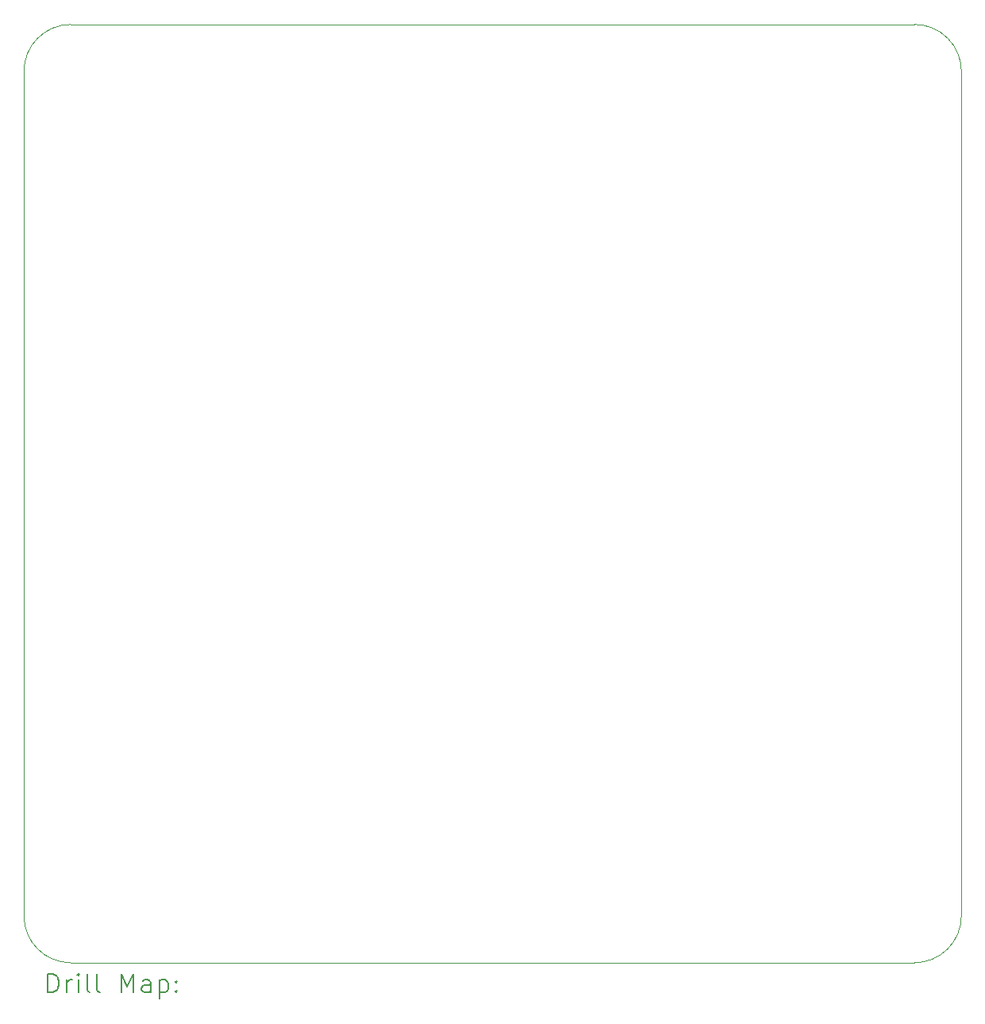
<source format=gbr>
%TF.GenerationSoftware,KiCad,Pcbnew,7.0.10*%
%TF.CreationDate,2024-02-04T21:06:28+01:00*%
%TF.ProjectId,demo_LMP7721,64656d6f-5f4c-44d5-9037-3732312e6b69,rev?*%
%TF.SameCoordinates,Original*%
%TF.FileFunction,Drillmap*%
%TF.FilePolarity,Positive*%
%FSLAX45Y45*%
G04 Gerber Fmt 4.5, Leading zero omitted, Abs format (unit mm)*
G04 Created by KiCad (PCBNEW 7.0.10) date 2024-02-04 21:06:28*
%MOMM*%
%LPD*%
G01*
G04 APERTURE LIST*
%ADD10C,0.100000*%
%ADD11C,0.200000*%
G04 APERTURE END LIST*
D10*
X6500000Y-12000000D02*
G75*
G03*
X7000000Y-12500000I500000J0D01*
G01*
X7000000Y-2500000D02*
X16000000Y-2500000D01*
X16000000Y-12500000D02*
G75*
G03*
X16500000Y-12000000I0J500000D01*
G01*
X16000000Y-12500000D02*
X7000000Y-12500000D01*
X16500000Y-3000000D02*
G75*
G03*
X16000000Y-2500000I-500000J0D01*
G01*
X6500000Y-12000000D02*
X6500000Y-3000000D01*
X16500000Y-3000000D02*
X16500000Y-12000000D01*
X7000000Y-2500000D02*
G75*
G03*
X6500000Y-3000000I0J-500000D01*
G01*
D11*
X6755777Y-12816484D02*
X6755777Y-12616484D01*
X6755777Y-12616484D02*
X6803396Y-12616484D01*
X6803396Y-12616484D02*
X6831967Y-12626008D01*
X6831967Y-12626008D02*
X6851015Y-12645055D01*
X6851015Y-12645055D02*
X6860539Y-12664103D01*
X6860539Y-12664103D02*
X6870062Y-12702198D01*
X6870062Y-12702198D02*
X6870062Y-12730769D01*
X6870062Y-12730769D02*
X6860539Y-12768865D01*
X6860539Y-12768865D02*
X6851015Y-12787912D01*
X6851015Y-12787912D02*
X6831967Y-12806960D01*
X6831967Y-12806960D02*
X6803396Y-12816484D01*
X6803396Y-12816484D02*
X6755777Y-12816484D01*
X6955777Y-12816484D02*
X6955777Y-12683150D01*
X6955777Y-12721246D02*
X6965301Y-12702198D01*
X6965301Y-12702198D02*
X6974824Y-12692674D01*
X6974824Y-12692674D02*
X6993872Y-12683150D01*
X6993872Y-12683150D02*
X7012920Y-12683150D01*
X7079586Y-12816484D02*
X7079586Y-12683150D01*
X7079586Y-12616484D02*
X7070062Y-12626008D01*
X7070062Y-12626008D02*
X7079586Y-12635531D01*
X7079586Y-12635531D02*
X7089110Y-12626008D01*
X7089110Y-12626008D02*
X7079586Y-12616484D01*
X7079586Y-12616484D02*
X7079586Y-12635531D01*
X7203396Y-12816484D02*
X7184348Y-12806960D01*
X7184348Y-12806960D02*
X7174824Y-12787912D01*
X7174824Y-12787912D02*
X7174824Y-12616484D01*
X7308158Y-12816484D02*
X7289110Y-12806960D01*
X7289110Y-12806960D02*
X7279586Y-12787912D01*
X7279586Y-12787912D02*
X7279586Y-12616484D01*
X7536729Y-12816484D02*
X7536729Y-12616484D01*
X7536729Y-12616484D02*
X7603396Y-12759341D01*
X7603396Y-12759341D02*
X7670062Y-12616484D01*
X7670062Y-12616484D02*
X7670062Y-12816484D01*
X7851015Y-12816484D02*
X7851015Y-12711722D01*
X7851015Y-12711722D02*
X7841491Y-12692674D01*
X7841491Y-12692674D02*
X7822443Y-12683150D01*
X7822443Y-12683150D02*
X7784348Y-12683150D01*
X7784348Y-12683150D02*
X7765301Y-12692674D01*
X7851015Y-12806960D02*
X7831967Y-12816484D01*
X7831967Y-12816484D02*
X7784348Y-12816484D01*
X7784348Y-12816484D02*
X7765301Y-12806960D01*
X7765301Y-12806960D02*
X7755777Y-12787912D01*
X7755777Y-12787912D02*
X7755777Y-12768865D01*
X7755777Y-12768865D02*
X7765301Y-12749817D01*
X7765301Y-12749817D02*
X7784348Y-12740293D01*
X7784348Y-12740293D02*
X7831967Y-12740293D01*
X7831967Y-12740293D02*
X7851015Y-12730769D01*
X7946253Y-12683150D02*
X7946253Y-12883150D01*
X7946253Y-12692674D02*
X7965301Y-12683150D01*
X7965301Y-12683150D02*
X8003396Y-12683150D01*
X8003396Y-12683150D02*
X8022443Y-12692674D01*
X8022443Y-12692674D02*
X8031967Y-12702198D01*
X8031967Y-12702198D02*
X8041491Y-12721246D01*
X8041491Y-12721246D02*
X8041491Y-12778388D01*
X8041491Y-12778388D02*
X8031967Y-12797436D01*
X8031967Y-12797436D02*
X8022443Y-12806960D01*
X8022443Y-12806960D02*
X8003396Y-12816484D01*
X8003396Y-12816484D02*
X7965301Y-12816484D01*
X7965301Y-12816484D02*
X7946253Y-12806960D01*
X8127205Y-12797436D02*
X8136729Y-12806960D01*
X8136729Y-12806960D02*
X8127205Y-12816484D01*
X8127205Y-12816484D02*
X8117682Y-12806960D01*
X8117682Y-12806960D02*
X8127205Y-12797436D01*
X8127205Y-12797436D02*
X8127205Y-12816484D01*
X8127205Y-12692674D02*
X8136729Y-12702198D01*
X8136729Y-12702198D02*
X8127205Y-12711722D01*
X8127205Y-12711722D02*
X8117682Y-12702198D01*
X8117682Y-12702198D02*
X8127205Y-12692674D01*
X8127205Y-12692674D02*
X8127205Y-12711722D01*
M02*

</source>
